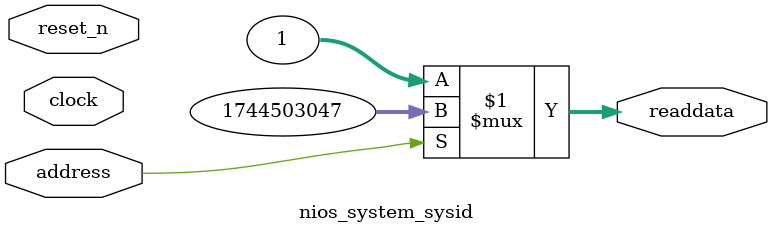
<source format=v>



// synthesis translate_off
`timescale 1ns / 1ps
// synthesis translate_on

// turn off superfluous verilog processor warnings 
// altera message_level Level1 
// altera message_off 10034 10035 10036 10037 10230 10240 10030 

module nios_system_sysid (
               // inputs:
                address,
                clock,
                reset_n,

               // outputs:
                readdata
             )
;

  output  [ 31: 0] readdata;
  input            address;
  input            clock;
  input            reset_n;

  wire    [ 31: 0] readdata;
  //control_slave, which is an e_avalon_slave
  assign readdata = address ? 1744503047 : 1;

endmodule



</source>
